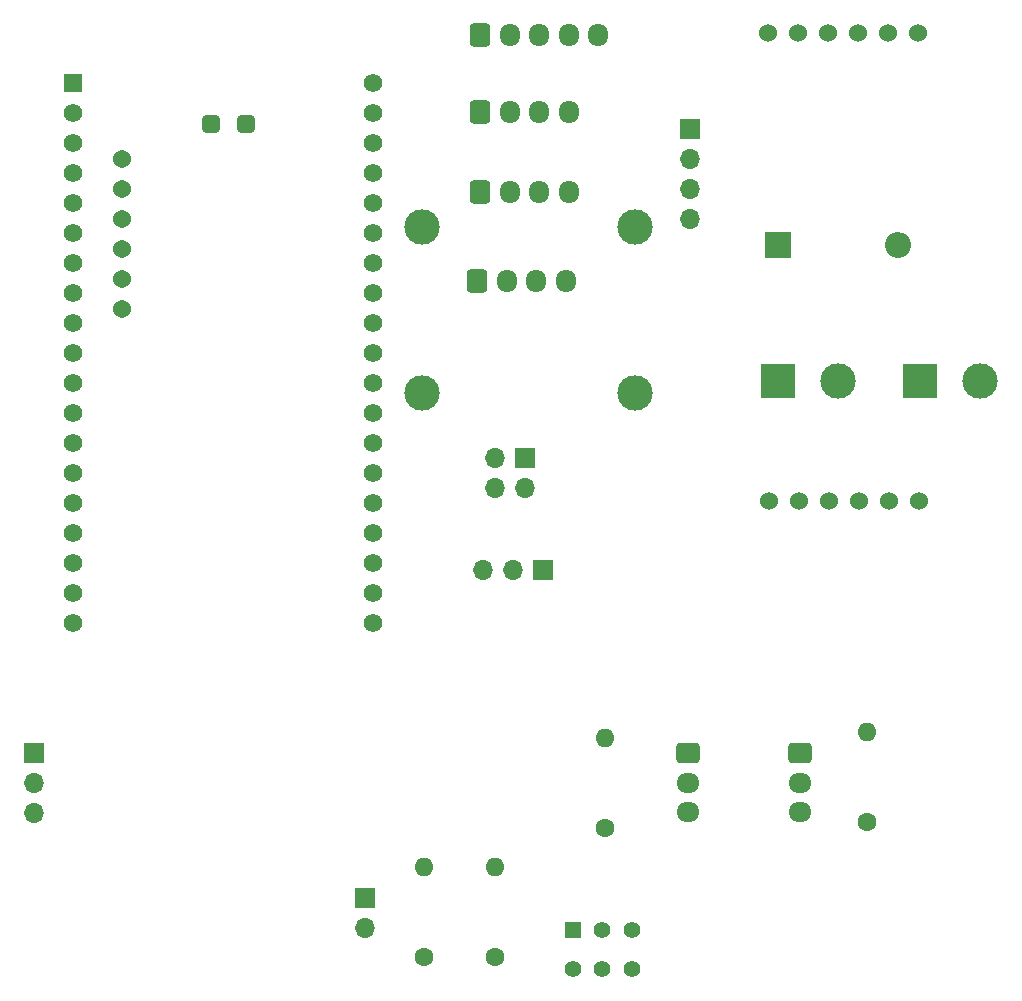
<source format=gbr>
%TF.GenerationSoftware,KiCad,Pcbnew,(6.0.4)*%
%TF.CreationDate,2022-04-08T13:10:10+02:00*%
%TF.ProjectId,TeaSpike v1,54656153-7069-46b6-9520-76312e6b6963,rev?*%
%TF.SameCoordinates,Original*%
%TF.FileFunction,Soldermask,Bot*%
%TF.FilePolarity,Negative*%
%FSLAX46Y46*%
G04 Gerber Fmt 4.6, Leading zero omitted, Abs format (unit mm)*
G04 Created by KiCad (PCBNEW (6.0.4)) date 2022-04-08 13:10:10*
%MOMM*%
%LPD*%
G01*
G04 APERTURE LIST*
G04 Aperture macros list*
%AMRoundRect*
0 Rectangle with rounded corners*
0 $1 Rounding radius*
0 $2 $3 $4 $5 $6 $7 $8 $9 X,Y pos of 4 corners*
0 Add a 4 corners polygon primitive as box body*
4,1,4,$2,$3,$4,$5,$6,$7,$8,$9,$2,$3,0*
0 Add four circle primitives for the rounded corners*
1,1,$1+$1,$2,$3*
1,1,$1+$1,$4,$5*
1,1,$1+$1,$6,$7*
1,1,$1+$1,$8,$9*
0 Add four rect primitives between the rounded corners*
20,1,$1+$1,$2,$3,$4,$5,0*
20,1,$1+$1,$4,$5,$6,$7,0*
20,1,$1+$1,$6,$7,$8,$9,0*
20,1,$1+$1,$8,$9,$2,$3,0*%
G04 Aperture macros list end*
%ADD10RoundRect,0.250000X-0.600000X-0.725000X0.600000X-0.725000X0.600000X0.725000X-0.600000X0.725000X0*%
%ADD11O,1.700000X1.950000*%
%ADD12C,1.600000*%
%ADD13O,1.600000X1.600000*%
%ADD14R,1.700000X1.700000*%
%ADD15O,1.700000X1.700000*%
%ADD16R,1.560000X1.560000*%
%ADD17C,1.560000*%
%ADD18C,1.524000*%
%ADD19RoundRect,0.250000X-0.725000X0.600000X-0.725000X-0.600000X0.725000X-0.600000X0.725000X0.600000X0*%
%ADD20O,1.950000X1.700000*%
%ADD21R,1.400000X1.400000*%
%ADD22C,1.400000*%
%ADD23R,3.000000X3.000000*%
%ADD24C,3.000000*%
%ADD25RoundRect,0.381000X-0.381000X0.381000X-0.381000X-0.381000X0.381000X-0.381000X0.381000X0.381000X0*%
%ADD26C,1.540000*%
%ADD27R,2.200000X2.200000*%
%ADD28O,2.200000X2.200000*%
G04 APERTURE END LIST*
D10*
%TO.C,DISPLAYcon1*%
X142750000Y-58200000D03*
D11*
X145250000Y-58200000D03*
X147750000Y-58200000D03*
X150250000Y-58200000D03*
%TD*%
D12*
%TO.C,R1*%
X144000000Y-129810000D03*
D13*
X144000000Y-122190000D03*
%TD*%
D14*
%TO.C,SoilMoisturecon1*%
X105000000Y-112475000D03*
D15*
X105000000Y-115015000D03*
X105000000Y-117555000D03*
%TD*%
D16*
%TO.C,ESP32*%
X108300000Y-55740000D03*
D17*
X108300000Y-58280000D03*
X108300000Y-60820000D03*
X108300000Y-63360000D03*
X108300000Y-65900000D03*
X108300000Y-68440000D03*
X108300000Y-70980000D03*
X108300000Y-73520000D03*
X108300000Y-76060000D03*
X108300000Y-78600000D03*
X108300000Y-81140000D03*
X108300000Y-83680000D03*
X108300000Y-86220000D03*
X108300000Y-88760000D03*
X108300000Y-91300000D03*
X108300000Y-93840000D03*
X108300000Y-96380000D03*
X108300000Y-98920000D03*
X108300000Y-101460000D03*
X133700000Y-55740000D03*
X133700000Y-58280000D03*
X133700000Y-60820000D03*
X133700000Y-63360000D03*
X133700000Y-65900000D03*
X133700000Y-68440000D03*
X133700000Y-70980000D03*
X133700000Y-73520000D03*
X133700000Y-76060000D03*
X133700000Y-78600000D03*
X133700000Y-81140000D03*
X133700000Y-83680000D03*
X133700000Y-86220000D03*
X133700000Y-88760000D03*
X133700000Y-91300000D03*
X133700000Y-93840000D03*
X133700000Y-96380000D03*
X133700000Y-98920000D03*
X133700000Y-101460000D03*
%TD*%
D14*
%TO.C,JP1*%
X133000000Y-124750000D03*
D15*
X133000000Y-127290000D03*
%TD*%
D14*
%TO.C,I2Ccon1*%
X160525000Y-59700000D03*
D15*
X160525000Y-62240000D03*
X160525000Y-64780000D03*
X160525000Y-67320000D03*
%TD*%
D14*
%TO.C,PowerSupplycon1*%
X148025000Y-97025000D03*
D15*
X145485000Y-97025000D03*
X142945000Y-97025000D03*
%TD*%
D18*
%TO.C,U_RTC1*%
X167150000Y-51500000D03*
X169690000Y-51500000D03*
X172230000Y-51500000D03*
X174770000Y-51500000D03*
X177310000Y-51500000D03*
X179850000Y-51500000D03*
%TD*%
D10*
%TO.C,LEDSTRIPEcon1*%
X142500000Y-72500000D03*
D11*
X145000000Y-72500000D03*
X147500000Y-72500000D03*
X150000000Y-72500000D03*
%TD*%
D10*
%TO.C,VEML7700con1*%
X142750000Y-65000000D03*
D11*
X145250000Y-65000000D03*
X147750000Y-65000000D03*
X150250000Y-65000000D03*
%TD*%
D12*
%TO.C,RTemp2*%
X153300000Y-118810000D03*
D13*
X153300000Y-111190000D03*
%TD*%
D12*
%TO.C,RTemp1*%
X175500000Y-118310000D03*
D13*
X175500000Y-110690000D03*
%TD*%
D19*
%TO.C,TempProbe1*%
X160300000Y-112500000D03*
D20*
X160300000Y-115000000D03*
X160300000Y-117500000D03*
%TD*%
D12*
%TO.C,R2*%
X138000000Y-129810000D03*
D13*
X138000000Y-122190000D03*
%TD*%
D21*
%TO.C,SW_POWER*%
X150592500Y-127475000D03*
D22*
X153092500Y-127475000D03*
X155592500Y-127475000D03*
X150592500Y-130775000D03*
X153092500Y-130775000D03*
X155592500Y-130775000D03*
%TD*%
D14*
%TO.C,NEOPIXELcon1*%
X146500000Y-87500000D03*
D15*
X143960000Y-87500000D03*
X146500000Y-90040000D03*
X143960000Y-90040000D03*
%TD*%
D10*
%TO.C,SCD30con1*%
X142750000Y-51700000D03*
D11*
X145250000Y-51700000D03*
X147750000Y-51700000D03*
X150250000Y-51700000D03*
X152750000Y-51700000D03*
%TD*%
D19*
%TO.C,TempProbe2*%
X169800000Y-112500000D03*
D20*
X169800000Y-115000000D03*
X169800000Y-117500000D03*
%TD*%
D23*
%TO.C,Batterycon1*%
X167920000Y-81000000D03*
D24*
X173000000Y-81000000D03*
%TD*%
D25*
%TO.C,U2*%
X119950000Y-59200000D03*
X122950000Y-59200000D03*
D26*
X112450000Y-62200000D03*
X112450000Y-64740000D03*
X112450000Y-67280000D03*
X112450000Y-69820000D03*
X112450000Y-72360000D03*
X112450000Y-74900000D03*
%TD*%
D24*
%TO.C,U1*%
X155810000Y-67995000D03*
X155810000Y-81995000D03*
X137810000Y-67995000D03*
X137810000Y-81995000D03*
%TD*%
D18*
%TO.C,U_SD1*%
X167205000Y-91155000D03*
X169745000Y-91155000D03*
X172285000Y-91155000D03*
X174825000Y-91155000D03*
X177365000Y-91155000D03*
X179905000Y-91155000D03*
%TD*%
D27*
%TO.C,D1*%
X167920000Y-69500000D03*
D28*
X178080000Y-69500000D03*
%TD*%
D23*
%TO.C,Solarcon1*%
X180000000Y-81000000D03*
D24*
X185080000Y-81000000D03*
%TD*%
M02*

</source>
